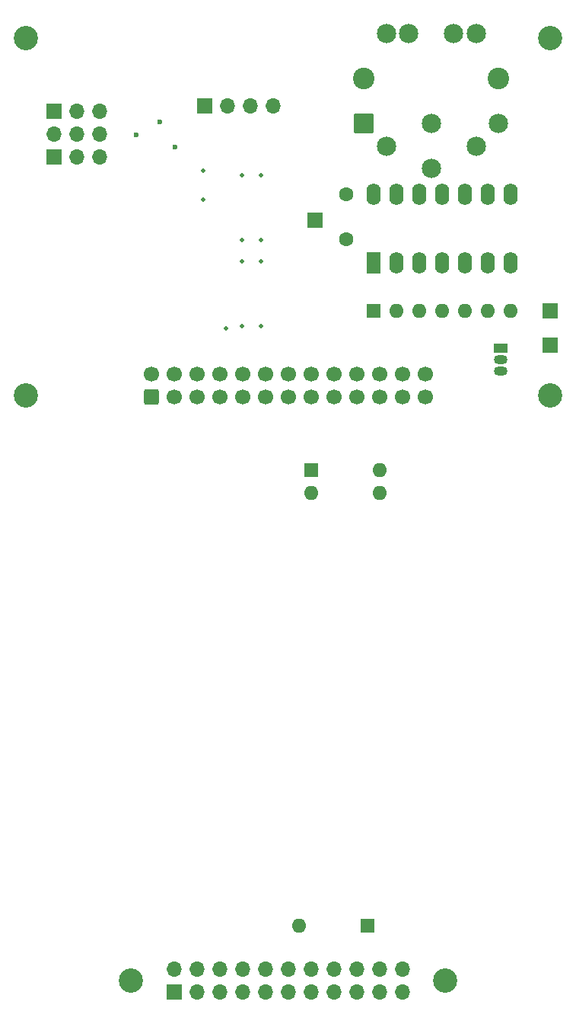
<source format=gbr>
%TF.GenerationSoftware,KiCad,Pcbnew,7.0.11*%
%TF.CreationDate,2024-10-03T19:05:43+02:00*%
%TF.ProjectId,kim-1-aux-card-esp,6b696d2d-312d-4617-9578-2d636172642d,rev?*%
%TF.SameCoordinates,Original*%
%TF.FileFunction,Soldermask,Bot*%
%TF.FilePolarity,Negative*%
%FSLAX46Y46*%
G04 Gerber Fmt 4.6, Leading zero omitted, Abs format (unit mm)*
G04 Created by KiCad (PCBNEW 7.0.11) date 2024-10-03 19:05:43*
%MOMM*%
%LPD*%
G01*
G04 APERTURE LIST*
G04 Aperture macros list*
%AMRoundRect*
0 Rectangle with rounded corners*
0 $1 Rounding radius*
0 $2 $3 $4 $5 $6 $7 $8 $9 X,Y pos of 4 corners*
0 Add a 4 corners polygon primitive as box body*
4,1,4,$2,$3,$4,$5,$6,$7,$8,$9,$2,$3,0*
0 Add four circle primitives for the rounded corners*
1,1,$1+$1,$2,$3*
1,1,$1+$1,$4,$5*
1,1,$1+$1,$6,$7*
1,1,$1+$1,$8,$9*
0 Add four rect primitives between the rounded corners*
20,1,$1+$1,$2,$3,$4,$5,0*
20,1,$1+$1,$4,$5,$6,$7,0*
20,1,$1+$1,$6,$7,$8,$9,0*
20,1,$1+$1,$8,$9,$2,$3,0*%
G04 Aperture macros list end*
%ADD10C,2.700000*%
%ADD11R,1.500000X1.050000*%
%ADD12O,1.500000X1.050000*%
%ADD13R,1.600000X2.400000*%
%ADD14O,1.600000X2.400000*%
%ADD15R,1.600000X1.600000*%
%ADD16O,1.600000X1.600000*%
%ADD17RoundRect,0.250000X0.600000X-0.600000X0.600000X0.600000X-0.600000X0.600000X-0.600000X-0.600000X0*%
%ADD18C,1.700000*%
%ADD19R,1.700000X1.700000*%
%ADD20O,1.700000X1.700000*%
%ADD21C,1.600000*%
%ADD22C,2.400000*%
%ADD23RoundRect,0.102000X0.975000X0.975000X-0.975000X0.975000X-0.975000X-0.975000X0.975000X-0.975000X0*%
%ADD24C,2.154000*%
%ADD25C,0.600000*%
%ADD26C,0.500000*%
G04 APERTURE END LIST*
D10*
%TO.C,REF\u002A\u002A*%
X112780000Y-82770000D03*
%TD*%
D11*
%TO.C,Q1*%
X165610000Y-77560000D03*
D12*
X165610000Y-78830000D03*
X165610000Y-80100000D03*
%TD*%
D10*
%TO.C,REF\u002A\u002A*%
X171120000Y-43040000D03*
%TD*%
%TO.C,REF\u002A\u002A*%
X171120000Y-82770000D03*
%TD*%
%TO.C,REF\u002A\u002A*%
X159410000Y-147800000D03*
%TD*%
D13*
%TO.C,U1*%
X151450000Y-68060000D03*
D14*
X153990000Y-68060000D03*
X156530000Y-68060000D03*
X159070000Y-68060000D03*
X161610000Y-68060000D03*
X164150000Y-68060000D03*
X166690000Y-68060000D03*
X166690000Y-60440000D03*
X164150000Y-60440000D03*
X161610000Y-60440000D03*
X159070000Y-60440000D03*
X156530000Y-60440000D03*
X153990000Y-60440000D03*
X151450000Y-60440000D03*
%TD*%
D15*
%TO.C,SW1*%
X150820000Y-141700000D03*
D16*
X143200000Y-141700000D03*
%TD*%
D17*
%TO.C,J2*%
X126710000Y-82920000D03*
D18*
X126710000Y-80380000D03*
X129250000Y-82920000D03*
X129250000Y-80380000D03*
X131790000Y-82920000D03*
X131790000Y-80380000D03*
X134330000Y-82920000D03*
X134330000Y-80380000D03*
X136870000Y-82920000D03*
X136870000Y-80380000D03*
X139410000Y-82920000D03*
X139410000Y-80380000D03*
X141950000Y-82920000D03*
X141950000Y-80380000D03*
X144490000Y-82920000D03*
X144490000Y-80380000D03*
X147030000Y-82920000D03*
X147030000Y-80380000D03*
X149570000Y-82920000D03*
X149570000Y-80380000D03*
X152110000Y-82920000D03*
X152110000Y-80380000D03*
X154650000Y-82920000D03*
X154650000Y-80380000D03*
X157190000Y-82920000D03*
X157190000Y-80380000D03*
%TD*%
D15*
%TO.C,RN1*%
X151450000Y-73380000D03*
D16*
X153990000Y-73380000D03*
X156530000Y-73380000D03*
X159070000Y-73380000D03*
X161610000Y-73380000D03*
X164150000Y-73380000D03*
X166690000Y-73380000D03*
%TD*%
D15*
%TO.C,SW2*%
X144490000Y-91110000D03*
D16*
X144490000Y-93650000D03*
X152110000Y-93650000D03*
X152110000Y-91110000D03*
%TD*%
D19*
%TO.C,J8*%
X115930000Y-56240000D03*
D20*
X115930000Y-53700000D03*
X118470000Y-56240000D03*
X118470000Y-53700000D03*
X121010000Y-56240000D03*
X121010000Y-53700000D03*
%TD*%
D19*
%TO.C,J9*%
X115930000Y-51160000D03*
D20*
X118470000Y-51160000D03*
X121010000Y-51160000D03*
%TD*%
D19*
%TO.C,J10*%
X132660000Y-50600000D03*
D20*
X135200000Y-50600000D03*
X137740000Y-50600000D03*
X140280000Y-50600000D03*
%TD*%
D21*
%TO.C,C1*%
X148400000Y-60440000D03*
X148400000Y-65440000D03*
%TD*%
D22*
%TO.C,J3*%
X165400000Y-47590000D03*
X150400000Y-47590000D03*
D23*
X150400000Y-52590000D03*
D24*
X152900000Y-55090000D03*
X157900000Y-52590000D03*
X162900000Y-55090000D03*
X165400000Y-52590000D03*
X157900000Y-57590000D03*
X162900000Y-42590000D03*
X160400000Y-42590000D03*
X155400000Y-42590000D03*
X152900000Y-42590000D03*
%TD*%
D10*
%TO.C,REF\u002A\u002A*%
X124490000Y-147800000D03*
%TD*%
%TO.C,REF\u002A\u002A*%
X112780000Y-43040000D03*
%TD*%
D19*
%TO.C,J5*%
X171120000Y-73380000D03*
%TD*%
%TO.C,J1*%
X129250000Y-149070000D03*
D20*
X129250000Y-146530000D03*
X131790000Y-149070000D03*
X131790000Y-146530000D03*
X134330000Y-149070000D03*
X134330000Y-146530000D03*
X136870000Y-149070000D03*
X136870000Y-146530000D03*
X139410000Y-149070000D03*
X139410000Y-146530000D03*
X141950000Y-149070000D03*
X141950000Y-146530000D03*
X144490000Y-149070000D03*
X144490000Y-146530000D03*
X147030000Y-149070000D03*
X147030000Y-146530000D03*
X149570000Y-149070000D03*
X149570000Y-146530000D03*
X152110000Y-149070000D03*
X152110000Y-146530000D03*
X154650000Y-149070000D03*
X154650000Y-146530000D03*
%TD*%
D19*
%TO.C,J6*%
X144980000Y-63330000D03*
%TD*%
%TO.C,J4*%
X171120000Y-77230000D03*
%TD*%
D25*
X129400000Y-55150000D03*
D26*
X138950000Y-58310000D03*
X138950000Y-65510000D03*
D25*
X125080000Y-53800000D03*
D26*
X135070000Y-75360000D03*
X138950000Y-67870000D03*
X136790000Y-65510000D03*
X132470000Y-61050000D03*
X136790000Y-75070000D03*
X136790000Y-67870000D03*
D25*
X127660000Y-52390000D03*
D26*
X138950000Y-75070000D03*
X132470000Y-57820000D03*
X136790000Y-58310000D03*
M02*

</source>
